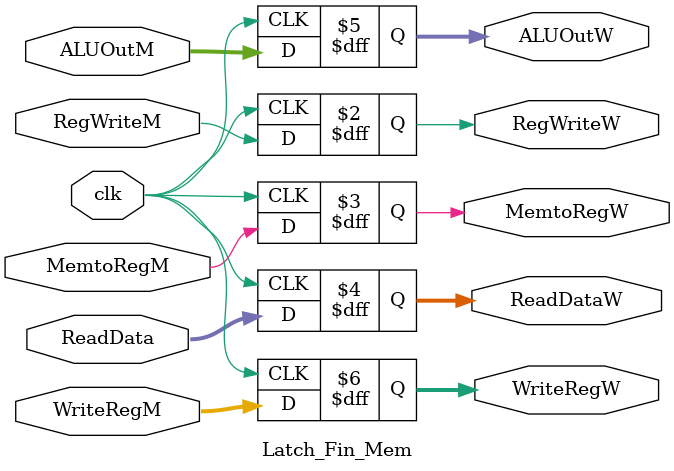
<source format=v>
`timescale 1ns / 1ps
module Latch_Fin_Mem(
	input wire RegWriteM,
	input wire MemtoRegM,
	input wire [31:0]ReadData,
	input wire [31:0]ALUOutM,
	input wire [4:0]WriteRegM,
	input wire clk,
	output reg RegWriteW,
	output reg MemtoRegW,
	output reg [31:0]ReadDataW,
	output reg [31:0]ALUOutW,
	output reg [4:0]WriteRegW
);

always@(posedge clk)
begin
	RegWriteW <= RegWriteM;
	MemtoRegW <= MemtoRegM;
	ReadDataW <= ReadData;
	ALUOutW <= ALUOutM;
	WriteRegW <= WriteRegM;
end

endmodule
</source>
